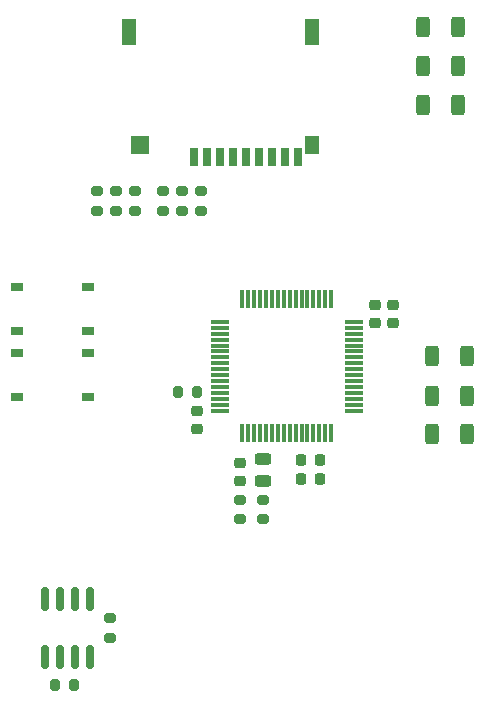
<source format=gtp>
%TF.GenerationSoftware,KiCad,Pcbnew,8.0.4*%
%TF.CreationDate,2024-08-28T18:13:50+02:00*%
%TF.ProjectId,Controller,436f6e74-726f-46c6-9c65-722e6b696361,v0*%
%TF.SameCoordinates,Original*%
%TF.FileFunction,Paste,Top*%
%TF.FilePolarity,Positive*%
%FSLAX46Y46*%
G04 Gerber Fmt 4.6, Leading zero omitted, Abs format (unit mm)*
G04 Created by KiCad (PCBNEW 8.0.4) date 2024-08-28 18:13:50*
%MOMM*%
%LPD*%
G01*
G04 APERTURE LIST*
G04 Aperture macros list*
%AMRoundRect*
0 Rectangle with rounded corners*
0 $1 Rounding radius*
0 $2 $3 $4 $5 $6 $7 $8 $9 X,Y pos of 4 corners*
0 Add a 4 corners polygon primitive as box body*
4,1,4,$2,$3,$4,$5,$6,$7,$8,$9,$2,$3,0*
0 Add four circle primitives for the rounded corners*
1,1,$1+$1,$2,$3*
1,1,$1+$1,$4,$5*
1,1,$1+$1,$6,$7*
1,1,$1+$1,$8,$9*
0 Add four rect primitives between the rounded corners*
20,1,$1+$1,$2,$3,$4,$5,0*
20,1,$1+$1,$4,$5,$6,$7,0*
20,1,$1+$1,$6,$7,$8,$9,0*
20,1,$1+$1,$8,$9,$2,$3,0*%
G04 Aperture macros list end*
%ADD10RoundRect,0.200000X-0.200000X-0.275000X0.200000X-0.275000X0.200000X0.275000X-0.200000X0.275000X0*%
%ADD11RoundRect,0.200000X-0.275000X0.200000X-0.275000X-0.200000X0.275000X-0.200000X0.275000X0.200000X0*%
%ADD12RoundRect,0.243750X0.456250X-0.243750X0.456250X0.243750X-0.456250X0.243750X-0.456250X-0.243750X0*%
%ADD13R,1.000000X0.750000*%
%ADD14RoundRect,0.225000X-0.225000X-0.250000X0.225000X-0.250000X0.225000X0.250000X-0.225000X0.250000X0*%
%ADD15RoundRect,0.225000X0.250000X-0.225000X0.250000X0.225000X-0.250000X0.225000X-0.250000X-0.225000X0*%
%ADD16RoundRect,0.250000X0.312500X0.625000X-0.312500X0.625000X-0.312500X-0.625000X0.312500X-0.625000X0*%
%ADD17RoundRect,0.150000X-0.150000X0.825000X-0.150000X-0.825000X0.150000X-0.825000X0.150000X0.825000X0*%
%ADD18R,0.700000X1.600000*%
%ADD19R,1.200000X1.500000*%
%ADD20R,1.200000X2.200000*%
%ADD21R,1.600000X1.500000*%
%ADD22RoundRect,0.218750X0.256250X-0.218750X0.256250X0.218750X-0.256250X0.218750X-0.256250X-0.218750X0*%
%ADD23RoundRect,0.075000X0.075000X-0.700000X0.075000X0.700000X-0.075000X0.700000X-0.075000X-0.700000X0*%
%ADD24RoundRect,0.075000X0.700000X-0.075000X0.700000X0.075000X-0.700000X0.075000X-0.700000X-0.075000X0*%
G04 APERTURE END LIST*
D10*
%TO.C,R1*%
X176575000Y-84800000D03*
X178225000Y-84800000D03*
%TD*%
D11*
%TO.C,R3*%
X178550000Y-67850000D03*
X178550000Y-69500000D03*
%TD*%
%TO.C,R4*%
X176950000Y-67850000D03*
X176950000Y-69500000D03*
%TD*%
%TO.C,R8*%
X175350000Y-67850000D03*
X175350000Y-69500000D03*
%TD*%
D12*
%TO.C,D1*%
X183800000Y-92400000D03*
X183800000Y-90525000D03*
%TD*%
D13*
%TO.C,SW2*%
X169000000Y-85275000D03*
X163000000Y-85275000D03*
X169000000Y-81525000D03*
X163000000Y-81525000D03*
%TD*%
D14*
%TO.C,C6*%
X187025000Y-92200000D03*
X188575000Y-92200000D03*
%TD*%
D15*
%TO.C,C4*%
X178200000Y-87975000D03*
X178200000Y-86425000D03*
%TD*%
D11*
%TO.C,R10*%
X172950000Y-67850000D03*
X172950000Y-69500000D03*
%TD*%
D15*
%TO.C,C2*%
X194800000Y-78975000D03*
X194800000Y-77425000D03*
%TD*%
D16*
%TO.C,R16*%
X200262500Y-57200000D03*
X197337500Y-57200000D03*
%TD*%
D11*
%TO.C,R13*%
X170800000Y-103975000D03*
X170800000Y-105625000D03*
%TD*%
D16*
%TO.C,R18*%
X201062500Y-88400000D03*
X198137500Y-88400000D03*
%TD*%
%TO.C,R19*%
X201062500Y-85200000D03*
X198137500Y-85200000D03*
%TD*%
D11*
%TO.C,R9*%
X181800000Y-93975000D03*
X181800000Y-95625000D03*
%TD*%
D17*
%TO.C,U8*%
X169105000Y-102325000D03*
X167835000Y-102325000D03*
X166565000Y-102325000D03*
X165295000Y-102325000D03*
X165295000Y-107275000D03*
X166565000Y-107275000D03*
X167835000Y-107275000D03*
X169105000Y-107275000D03*
%TD*%
D11*
%TO.C,R5*%
X183800000Y-93975000D03*
X183800000Y-95625000D03*
%TD*%
D16*
%TO.C,R20*%
X201062500Y-81800000D03*
X198137500Y-81800000D03*
%TD*%
D18*
%TO.C,J2*%
X177950000Y-64925000D03*
X179050000Y-64925000D03*
X180150000Y-64925000D03*
X181250000Y-64925000D03*
X182350000Y-64925000D03*
X183450000Y-64925000D03*
X184550000Y-64925000D03*
X185650000Y-64925000D03*
X186750000Y-64925000D03*
D19*
X187950000Y-63925000D03*
D20*
X187950000Y-54325000D03*
D21*
X173350000Y-63925000D03*
D20*
X172450000Y-54325000D03*
%TD*%
D15*
%TO.C,C1*%
X193300000Y-78975000D03*
X193300000Y-77425000D03*
%TD*%
D13*
%TO.C,SW1*%
X169000000Y-79675000D03*
X163000000Y-79675000D03*
X169000000Y-75925000D03*
X163000000Y-75925000D03*
%TD*%
D11*
%TO.C,R12*%
X169750000Y-67850000D03*
X169750000Y-69500000D03*
%TD*%
D16*
%TO.C,R15*%
X200262500Y-60490000D03*
X197337500Y-60490000D03*
%TD*%
%TO.C,R17*%
X200262500Y-53910000D03*
X197337500Y-53910000D03*
%TD*%
D14*
%TO.C,C5*%
X187025000Y-90600000D03*
X188575000Y-90600000D03*
%TD*%
D11*
%TO.C,R11*%
X171350000Y-67850000D03*
X171350000Y-69500000D03*
%TD*%
D22*
%TO.C,D2*%
X181800000Y-92400000D03*
X181800000Y-90825000D03*
%TD*%
D10*
%TO.C,R14*%
X166175000Y-109600000D03*
X167825000Y-109600000D03*
%TD*%
D23*
%TO.C,U1*%
X182050000Y-88325000D03*
X182550000Y-88325000D03*
X183050000Y-88325000D03*
X183550000Y-88325000D03*
X184050000Y-88325000D03*
X184550000Y-88325000D03*
X185050000Y-88325000D03*
X185550000Y-88325000D03*
X186050000Y-88325000D03*
X186550000Y-88325000D03*
X187050000Y-88325000D03*
X187550000Y-88325000D03*
X188050000Y-88325000D03*
X188550000Y-88325000D03*
X189050000Y-88325000D03*
X189550000Y-88325000D03*
D24*
X191475000Y-86400000D03*
X191475000Y-85900000D03*
X191475000Y-85400000D03*
X191475000Y-84900000D03*
X191475000Y-84400000D03*
X191475000Y-83900000D03*
X191475000Y-83400000D03*
X191475000Y-82900000D03*
X191475000Y-82400000D03*
X191475000Y-81900000D03*
X191475000Y-81400000D03*
X191475000Y-80900000D03*
X191475000Y-80400000D03*
X191475000Y-79900000D03*
X191475000Y-79400000D03*
X191475000Y-78900000D03*
D23*
X189550000Y-76975000D03*
X189050000Y-76975000D03*
X188550000Y-76975000D03*
X188050000Y-76975000D03*
X187550000Y-76975000D03*
X187050000Y-76975000D03*
X186550000Y-76975000D03*
X186050000Y-76975000D03*
X185550000Y-76975000D03*
X185050000Y-76975000D03*
X184550000Y-76975000D03*
X184050000Y-76975000D03*
X183550000Y-76975000D03*
X183050000Y-76975000D03*
X182550000Y-76975000D03*
X182050000Y-76975000D03*
D24*
X180125000Y-78900000D03*
X180125000Y-79400000D03*
X180125000Y-79900000D03*
X180125000Y-80400000D03*
X180125000Y-80900000D03*
X180125000Y-81400000D03*
X180125000Y-81900000D03*
X180125000Y-82400000D03*
X180125000Y-82900000D03*
X180125000Y-83400000D03*
X180125000Y-83900000D03*
X180125000Y-84400000D03*
X180125000Y-84900000D03*
X180125000Y-85400000D03*
X180125000Y-85900000D03*
X180125000Y-86400000D03*
%TD*%
M02*

</source>
